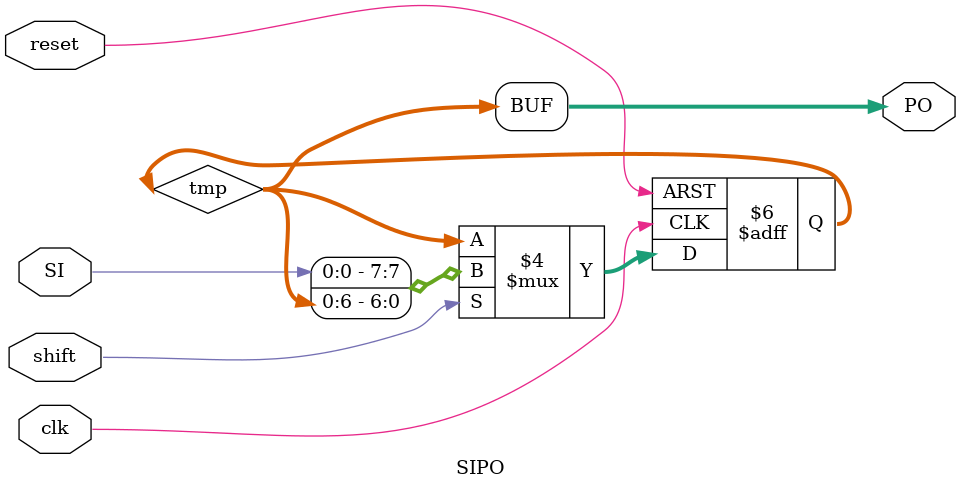
<source format=v>
module SIPO(clk, reset, SI, shift, PO);
input SI, clk, reset, shift;
output [7:0] PO;        // pararel output 
reg [0:7] tmp;

always @(posedge clk or posedge reset)
begin
    if(reset)   
        tmp <= 0;
    else
    begin
        if(shift == 1)
            tmp = {SI, tmp[0:6]};
    end
end
assign PO = tmp;

endmodule
</source>
